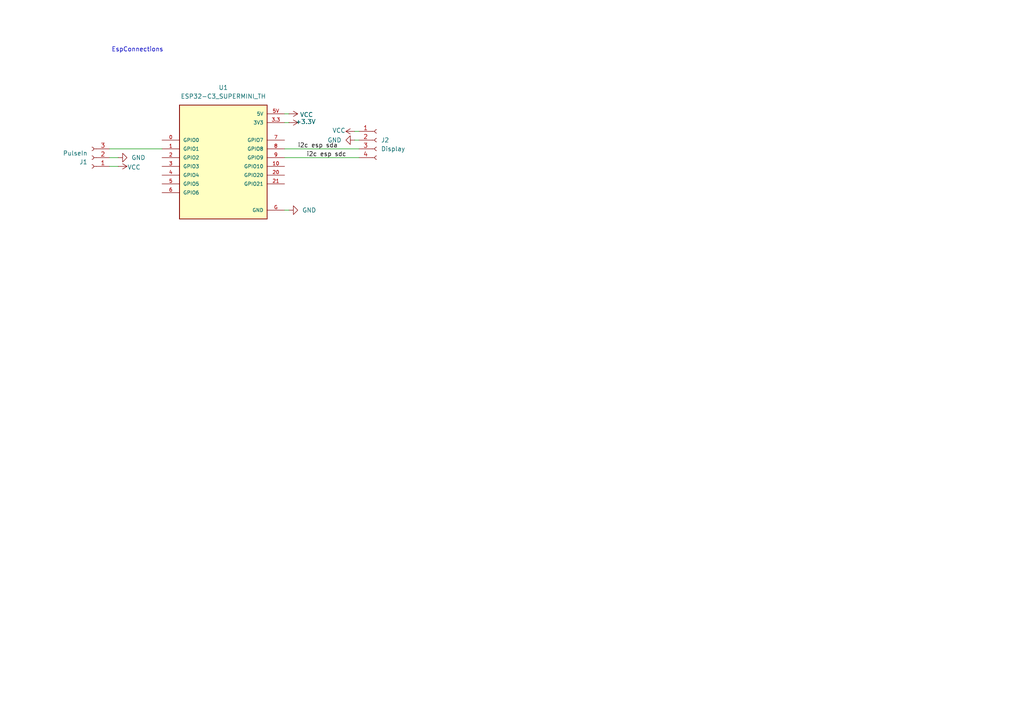
<source format=kicad_sch>
(kicad_sch (version 20250114) (generator "eeschema") (generator_version "9.0")
  (paper "A4")
  (lib_symbols
    (symbol "Connector:Conn_01x03_Socket" (pin_names (offset 1.016) (hide yes))
      (property "Reference" "J" (at 0 5.08 0))
      (property "Value" "Conn_01x03_Socket" (at 0 -5.08 0))
      (symbol "Conn_01x03_Socket_1_1"
        (polyline (pts (xy -1.27 2.54) (xy -0.508 2.54)) (stroke (width 0.1524)))
        (polyline (pts (xy -1.27 0) (xy -0.508 0)) (stroke (width 0.1524)))
        (polyline (pts (xy -1.27 -2.54) (xy -0.508 -2.54)) (stroke (width 0.1524)))
        (arc (start 0 2.032) (mid -0.5058 2.54) (end 0 3.048) (stroke (width 0.1524)))
        (arc (start 0 -0.508) (mid -0.5058 0) (end 0 0.508) (stroke (width 0.1524)))
        (arc (start 0 -3.048) (mid -0.5058 -2.54) (end 0 -2.032) (stroke (width 0.1524)))
        (pin passive line (at -5.08 2.54 0) (length 3.81) (name "Pin_1") (number "1"))
        (pin passive line (at -5.08 0 0) (length 3.81) (name "Pin_2") (number "2"))
        (pin passive line (at -5.08 -2.54 0) (length 3.81) (name "Pin_3") (number "3"))
      )
    )
    (symbol "Connector:Conn_01x04_Socket" (pin_names (offset 1.016) (hide yes))
      (property "Reference" "J" (at 0 5.08 0))
      (property "Value" "Conn_01x04_Socket" (at 0 -7.62 0))
      (symbol "Conn_01x04_Socket_1_1"
        (polyline (pts (xy -1.27 2.54) (xy -0.508 2.54)) (stroke (width 0.1524)))
        (polyline (pts (xy -1.27 0) (xy -0.508 0)) (stroke (width 0.1524)))
        (polyline (pts (xy -1.27 -2.54) (xy -0.508 -2.54)) (stroke (width 0.1524)))
        (polyline (pts (xy -1.27 -5.08) (xy -0.508 -5.08)) (stroke (width 0.1524)))
        (arc (start 0 2.032) (mid -0.5058 2.54) (end 0 3.048) (stroke (width 0.1524)))
        (arc (start 0 -0.508) (mid -0.5058 0) (end 0 0.508) (stroke (width 0.1524)))
        (arc (start 0 -3.048) (mid -0.5058 -2.54) (end 0 -2.032) (stroke (width 0.1524)))
        (arc (start 0 -5.588) (mid -0.5058 -5.08) (end 0 -4.572) (stroke (width 0.1524)))
        (pin passive line (at -5.08 2.54 0) (length 3.81) (name "Pin_1") (number "1"))
        (pin passive line (at -5.08 0 0) (length 3.81) (name "Pin_2") (number "2"))
        (pin passive line (at -5.08 -2.54 0) (length 3.81) (name "Pin_3") (number "3"))
        (pin passive line (at -5.08 -5.08 0) (length 3.81) (name "Pin_4") (number "4"))
      )
    )
    (symbol "ESP32-C3_SUPERMINI_TH:ESP32-C3_SUPERMINI_TH" (pin_names (offset 1.016))
      (property "Reference" "U" (at -12.7 16.002 0))
      (property "Value" "ESP32-C3_SUPERMINI_TH" (at -12.7 -20.32 0))
      (symbol "ESP32-C3_SUPERMINI_TH_0_0"
        (rectangle (start -12.7 -17.78) (end 12.7 15.24) (stroke (width 0.254)) (fill (type background)))
        (pin bidirectional line (at -17.78 5.08 0) (length 5.08) (name "GPIO0") (number "0"))
        (pin bidirectional line (at -17.78 2.54 0) (length 5.08) (name "GPIO1") (number "1"))
        (pin bidirectional line (at -17.78 0 0) (length 5.08) (name "GPIO2") (number "2"))
        (pin bidirectional line (at -17.78 -2.54 0) (length 5.08) (name "GPIO3") (number "3"))
        (pin bidirectional line (at -17.78 -5.08 0) (length 5.08) (name "GPIO4") (number "4"))
        (pin bidirectional line (at -17.78 -7.62 0) (length 5.08) (name "GPIO5") (number "5"))
        (pin bidirectional line (at -17.78 -10.16 0) (length 5.08) (name "GPIO6") (number "6"))
        (pin power_in line (at 17.78 12.7 180) (length 5.08) (name "5V") (number "5V"))
        (pin power_in line (at 17.78 10.16 180) (length 5.08) (name "3V3") (number "3.3"))
        (pin bidirectional line (at 17.78 5.08 180) (length 5.08) (name "GPIO7") (number "7"))
        (pin bidirectional line (at 17.78 2.54 180) (length 5.08) (name "GPIO8") (number "8"))
        (pin bidirectional line (at 17.78 0 180) (length 5.08) (name "GPIO9") (number "9"))
        (pin bidirectional line (at 17.78 -2.54 180) (length 5.08) (name "GPIO10") (number "10"))
        (pin bidirectional line (at 17.78 -5.08 180) (length 5.08) (name "GPIO20") (number "20"))
        (pin bidirectional line (at 17.78 -7.62 180) (length 5.08) (name "GPIO21") (number "21"))
        (pin power_in line (at 17.78 -15.24 180) (length 5.08) (name "GND") (number "G"))
      )
    )
    (symbol "power:+3.3V" (power) (pin_numbers (hide yes)) (pin_names (offset 0) (hide yes))
      (property "Value" "+3.3V" (at 0 3.556 0))
      (symbol "+3.3V_0_1"
        (polyline (pts (xy -0.762 1.27) (xy 0 2.54)))
        (polyline (pts (xy 0 2.54) (xy 0.762 1.27)))
        (polyline (pts (xy 0 0) (xy 0 2.54)))
      )
      (symbol "+3.3V_1_1"
        (pin power_in line (at 0 0 90) (length 0) (name "~") (number "1"))
      )
    )
    (symbol "power:GND" (power) (pin_numbers (hide yes)) (pin_names (offset 0) (hide yes))
      (property "Value" "GND" (at 0 -3.81 0))
      (symbol "GND_0_1"
        (polyline (pts (xy 0 0) (xy 0 -1.27) (xy 1.27 -1.27) (xy 0 -2.54) (xy -1.27 -1.27) (xy 0 -1.27)))
      )
      (symbol "GND_1_1"
        (pin power_in line (at 0 0 270) (length 0) (name "~") (number "1"))
      )
    )
    (symbol "power:VCC" (power) (pin_numbers (hide yes)) (pin_names (offset 0) (hide yes))
      (property "Value" "VCC" (at 0 3.556 0))
      (symbol "VCC_0_1"
        (polyline (pts (xy -0.762 1.27) (xy 0 2.54)))
        (polyline (pts (xy 0 2.54) (xy 0.762 1.27)))
        (polyline (pts (xy 0 0) (xy 0 2.54)))
      )
      (symbol "VCC_1_1"
        (pin power_in line (at 0 0 90) (length 0) (name "~") (number "1"))
      )
    )
  )
  (text "EspConnections" (at 39.878 14.478 0) (effects (font (size 1.27 1.27))))
  (wire (pts (xy 82.55 45.72) (xy 104.14 45.72)))
  (wire (pts (xy 102.87 38.1) (xy 104.14 38.1)))
  (wire (pts (xy 31.75 43.18) (xy 46.99 43.18)))
  (wire (pts (xy 102.87 40.64) (xy 104.14 40.64)))
  (wire (pts (xy 83.82 33.02) (xy 82.55 33.02)))
  (wire (pts (xy 34.29 45.72) (xy 31.75 45.72)))
  (wire (pts (xy 83.82 35.56) (xy 82.55 35.56)))
  (wire (pts (xy 34.29 48.26) (xy 31.75 48.26)))
  (wire (pts (xy 83.82 60.96) (xy 82.55 60.96)))
  (wire (pts (xy 82.55 43.18) (xy 104.14 43.18)))
  (label "i2c esp sda" (at 86.36 43.18 0))
  (label "i2c esp sdc" (at 88.9 45.72 0))
  (symbol (lib_id "Connector:Conn_01x04_Socket") (at 109.22 40.64 0) (unit 1)
    (property "Reference" "J2" (at 110.49 40.6399 0) (effects (justify left)))
    (property "Value" "Display" (at 110.49 43.1799 0) (effects (justify left)))
    (property "Footprint" "Connector_PinHeader_2.54mm:PinHeader_1x04_P2.54mm_Vertical" (effects (hide yes)))
    (property "Description" "Generic connector, single row, 01x04, script generated" (effects (hide yes)))
  )
  (symbol (lib_id "power:VCC") (at 34.29 48.26 270) (unit 1)
    (property "Reference" "#PWR022" (effects (hide yes)))
    (property "Value" "VCC" (at 38.862 48.514 90))
    (property "Description" "Power symbol creates a global label with name \"VCC\"" (effects (hide yes)))
  )
  (symbol (lib_id "ESP32-C3_SUPERMINI_TH:ESP32-C3_SUPERMINI_TH") (at 64.77 45.72 0) (unit 1)
    (property "Reference" "U1" (at 64.77 25.4 0))
    (property "Value" "ESP32-C3_SUPERMINI_TH" (at 64.77 27.94 0))
    (property "Footprint" "ESP32-C3_SUPERMINI_TH(2):MODULE_ESP32-C3_SUPERMINI" (effects (hide yes)))
    (property "MF" "Espressif Systems" (effects (hide yes)))
    (property "MAXIMUM_PACKAGE_HEIGHT" "4.2mm" (effects (hide yes)))
    (property "Package" "Package" (effects (hide yes)))
    (property "Price" "None" (effects (hide yes)))
    (property "Check_prices" "https://www.snapeda.com/parts/ESP32-C3%20SuperMini_TH/Espressif+Systems/view-part/?ref=eda" (effects (hide yes)))
    (property "STANDARD" "Manufacturer Recommendations" (effects (hide yes)))
    (property "SnapEDA_Link" "https://www.snapeda.com/parts/ESP32-C3%20SuperMini_TH/Espressif+Systems/view-part/?ref=snap" (effects (hide yes)))
    (property "MP" "ESP32-C3 SuperMini_TH" (effects (hide yes)))
    (property "Description_1" "Super tiny ESP32-C3 board" (effects (hide yes)))
    (property "Availability" "Not in stock" (effects (hide yes)))
    (property "MANUFACTURER" "Espressif" (effects (hide yes)))
  )
  (symbol (lib_id "power:VCC") (at 83.82 33.02 270) (unit 1)
    (property "Reference" "#PWR08" (effects (hide yes)))
    (property "Value" "VCC" (at 88.9 33.274 90))
    (property "Description" "Power symbol creates a global label with name \"VCC\"" (effects (hide yes)))
  )
  (symbol (lib_id "Connector:Conn_01x03_Socket") (at 26.67 45.72 180) (unit 1)
    (property "Reference" "J1" (at 25.4 46.9901 0) (effects (justify left)))
    (property "Value" "PulseIn" (at 25.4 44.4501 0) (effects (justify left)))
    (property "Footprint" "Connector_PinHeader_2.54mm:PinHeader_1x03_P2.54mm_Vertical" (effects (hide yes)))
    (property "Description" "Generic connector, single row, 01x03, script generated" (effects (hide yes)))
  )
  (symbol (lib_id "power:VCC") (at 102.87 38.1 90) (unit 1)
    (property "Reference" "#PWR021" (effects (hide yes)))
    (property "Value" "VCC" (at 98.298 37.846 90))
    (property "Description" "Power symbol creates a global label with name \"VCC\"" (effects (hide yes)))
  )
  (symbol (lib_id "power:+3.3V") (at 83.82 35.56 270) (unit 1)
    (property "Reference" "#PWR01" (effects (hide yes)))
    (property "Value" "+3.3V" (at 88.646 35.306 90))
    (property "Description" "Power symbol creates a global label with name \"+3.3V\"" (effects (hide yes)))
  )
  (symbol (lib_id "power:GND") (at 102.87 40.64 270) (unit 1)
    (property "Reference" "#PWR05" (effects (hide yes)))
    (property "Value" "GND" (at 99.06 40.6399 90) (effects (justify right)))
    (property "Description" "Power symbol creates a global label with name \"GND\" , ground" (effects (hide yes)))
  )
  (symbol (lib_id "power:GND") (at 34.29 45.72 90) (unit 1)
    (property "Reference" "#PWR016" (effects (hide yes)))
    (property "Value" "GND" (at 38.1 45.7201 90) (effects (justify right)))
    (property "Description" "Power symbol creates a global label with name \"GND\" , ground" (effects (hide yes)))
  )
  (symbol (lib_id "power:GND") (at 83.82 60.96 90) (unit 1)
    (property "Reference" "#PWR02" (effects (hide yes)))
    (property "Value" "GND" (at 87.63 60.9599 90) (effects (justify right)))
    (property "Description" "Power symbol creates a global label with name \"GND\" , ground" (effects (hide yes)))
  )
)
</source>
